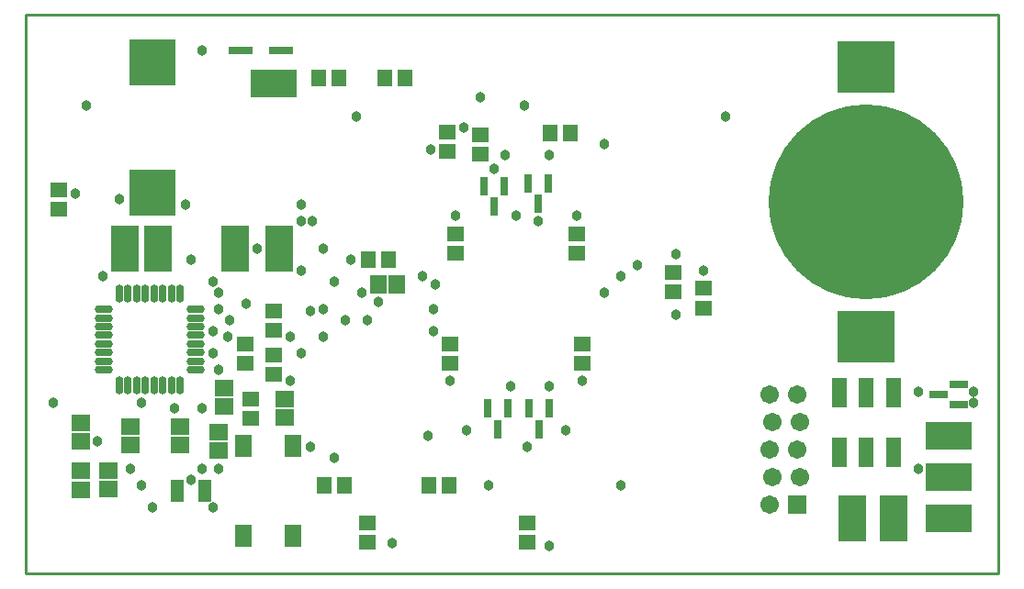
<source format=gbs>
G04 Layer_Color=16711935*
%FSLAX25Y25*%
%MOIN*%
G70*
G01*
G75*
%ADD14C,0.01000*%
%ADD29R,0.10236X0.16535*%
%ADD33R,0.16535X0.10236*%
%ADD45R,0.06312X0.05524*%
%ADD47C,0.06706*%
%ADD48R,0.06706X0.06706*%
%ADD49C,0.03800*%
%ADD50R,0.05524X0.06312*%
%ADD51R,0.05918X0.06706*%
%ADD52R,0.04737X0.07887*%
%ADD53R,0.05918X0.08280*%
%ADD54O,0.02965X0.06509*%
%ADD55O,0.06509X0.02965*%
%ADD56R,0.05524X0.10642*%
%ADD57R,0.06706X0.06312*%
%ADD58R,0.06706X0.05918*%
%ADD59R,0.16548X0.16548*%
%ADD60R,0.08674X0.03162*%
%ADD61R,0.03162X0.06706*%
%ADD62R,0.06706X0.03162*%
%ADD63R,0.20800X0.18800*%
%ADD64C,0.70800*%
D14*
X0Y0D02*
X353000D01*
X0D02*
Y203000D01*
X353000D01*
Y0D02*
Y203000D01*
D29*
X48000Y118000D02*
D03*
X36000D02*
D03*
X315000Y20000D02*
D03*
X300000D02*
D03*
X76000Y118000D02*
D03*
X92000D02*
D03*
D33*
X335000Y20000D02*
D03*
Y50000D02*
D03*
Y35000D02*
D03*
X90000Y178000D02*
D03*
D45*
X124000Y18543D02*
D03*
Y11457D02*
D03*
X182000Y18543D02*
D03*
Y11457D02*
D03*
X165000Y152457D02*
D03*
Y159543D02*
D03*
X153000Y153457D02*
D03*
Y160543D02*
D03*
X246000Y103574D02*
D03*
Y96488D02*
D03*
X235000Y102457D02*
D03*
Y109543D02*
D03*
X79800Y76457D02*
D03*
Y83543D02*
D03*
X81500Y63543D02*
D03*
Y56457D02*
D03*
X90000Y95543D02*
D03*
Y88457D02*
D03*
X90000Y72457D02*
D03*
Y79543D02*
D03*
X12000Y139543D02*
D03*
Y132457D02*
D03*
X200000Y116457D02*
D03*
Y123543D02*
D03*
X156000Y116457D02*
D03*
Y123543D02*
D03*
X154000Y83543D02*
D03*
Y76457D02*
D03*
X202000Y83543D02*
D03*
Y76457D02*
D03*
D47*
X270000Y65000D02*
D03*
X280000D02*
D03*
X271000Y55000D02*
D03*
X281000D02*
D03*
X270000Y45000D02*
D03*
X280000D02*
D03*
X271000Y35000D02*
D03*
X281000D02*
D03*
X270000Y25000D02*
D03*
D48*
X280000D02*
D03*
D49*
X133000Y11000D02*
D03*
X190000Y10000D02*
D03*
X165000Y173000D02*
D03*
X170000Y147000D02*
D03*
X159043Y162000D02*
D03*
X147000Y154000D02*
D03*
X246000Y110000D02*
D03*
X236000Y116000D02*
D03*
Y94000D02*
D03*
X168000Y32000D02*
D03*
X128100Y98600D02*
D03*
X148500Y105100D02*
D03*
X70000Y96000D02*
D03*
X74000Y92000D02*
D03*
X148000Y96000D02*
D03*
X118000Y114000D02*
D03*
X122000Y102000D02*
D03*
X64000Y190000D02*
D03*
X344000Y62000D02*
D03*
X324000Y38000D02*
D03*
X174000Y152000D02*
D03*
X190000D02*
D03*
X176000Y68000D02*
D03*
X190000D02*
D03*
X26000Y48000D02*
D03*
X42000Y32000D02*
D03*
X38000Y38000D02*
D03*
X70000Y102000D02*
D03*
X80000Y98000D02*
D03*
X96000Y70000D02*
D03*
X70000Y38000D02*
D03*
X60000Y34000D02*
D03*
X70000Y74000D02*
D03*
X28000Y108000D02*
D03*
X144000D02*
D03*
X178000Y130000D02*
D03*
X254000Y166000D02*
D03*
X344000Y66000D02*
D03*
X324000D02*
D03*
X222000Y112000D02*
D03*
X216000Y32000D02*
D03*
Y108000D02*
D03*
X210000Y156000D02*
D03*
Y102000D02*
D03*
X146000Y50000D02*
D03*
X104000Y128000D02*
D03*
X100000D02*
D03*
Y110000D02*
D03*
X103275Y95275D02*
D03*
X108000Y96000D02*
D03*
X112000Y106000D02*
D03*
X108000Y86000D02*
D03*
X196000Y52000D02*
D03*
X160000D02*
D03*
X186000Y128000D02*
D03*
X156000Y130000D02*
D03*
X200000D02*
D03*
X202000Y70000D02*
D03*
X154000D02*
D03*
X10000Y62000D02*
D03*
X100000Y134000D02*
D03*
X58000D02*
D03*
X34000Y136000D02*
D03*
X18000Y138000D02*
D03*
X22000Y170000D02*
D03*
X181000D02*
D03*
X120000Y166000D02*
D03*
X60000Y114000D02*
D03*
X112000Y42000D02*
D03*
X182000Y46000D02*
D03*
X103275D02*
D03*
X68000Y106000D02*
D03*
X124000Y92000D02*
D03*
X116000D02*
D03*
X96000Y86000D02*
D03*
X100000Y80000D02*
D03*
X148000Y88000D02*
D03*
X108000Y118000D02*
D03*
X84000D02*
D03*
X68000Y88000D02*
D03*
Y80000D02*
D03*
X64000Y38000D02*
D03*
Y60000D02*
D03*
X54000D02*
D03*
X68000Y24000D02*
D03*
X46000D02*
D03*
X42000Y62000D02*
D03*
X73400Y86100D02*
D03*
D50*
X115543Y32000D02*
D03*
X108457D02*
D03*
X190457Y160000D02*
D03*
X197543D02*
D03*
X146426Y32000D02*
D03*
X153512D02*
D03*
X113543Y180000D02*
D03*
X106457D02*
D03*
X130457Y180000D02*
D03*
X137543D02*
D03*
X131543Y114000D02*
D03*
X124457D02*
D03*
D51*
X127854Y104900D02*
D03*
X134546D02*
D03*
D52*
X64921Y30000D02*
D03*
X55079D02*
D03*
D53*
X96858Y13661D02*
D03*
Y46339D02*
D03*
X79142D02*
D03*
Y13661D02*
D03*
D54*
X56024Y68366D02*
D03*
X52874D02*
D03*
X49724D02*
D03*
X46575D02*
D03*
X43425D02*
D03*
X40276D02*
D03*
X37126D02*
D03*
X33976D02*
D03*
Y101634D02*
D03*
X37126D02*
D03*
X40276D02*
D03*
X43425D02*
D03*
X46575D02*
D03*
X49724D02*
D03*
X52874D02*
D03*
X56024D02*
D03*
D55*
X28366Y73976D02*
D03*
Y77126D02*
D03*
Y80276D02*
D03*
Y83425D02*
D03*
Y86575D02*
D03*
Y89724D02*
D03*
Y92874D02*
D03*
Y96024D02*
D03*
X61634D02*
D03*
Y92874D02*
D03*
Y89724D02*
D03*
Y86575D02*
D03*
Y83425D02*
D03*
Y80276D02*
D03*
Y77126D02*
D03*
Y73976D02*
D03*
D56*
X295158Y65827D02*
D03*
X305000D02*
D03*
X314843D02*
D03*
X295158Y44173D02*
D03*
X305000D02*
D03*
X314843D02*
D03*
D57*
X20000Y30457D02*
D03*
Y37543D02*
D03*
D58*
Y48000D02*
D03*
Y54693D02*
D03*
X30000Y37347D02*
D03*
Y30654D02*
D03*
X56000Y53347D02*
D03*
Y46654D02*
D03*
X70000Y44653D02*
D03*
Y51346D02*
D03*
X72000Y67347D02*
D03*
Y60654D02*
D03*
X38000Y46654D02*
D03*
Y53347D02*
D03*
X94000Y63346D02*
D03*
Y56653D02*
D03*
D59*
X46000Y138378D02*
D03*
Y185622D02*
D03*
D60*
X92764Y190000D02*
D03*
X78000D02*
D03*
D61*
X182520Y60000D02*
D03*
X190000D02*
D03*
X186260Y52520D02*
D03*
X167520Y60000D02*
D03*
X175000D02*
D03*
X171260Y52520D02*
D03*
X166260Y140740D02*
D03*
X173740D02*
D03*
X170000Y133260D02*
D03*
X182260Y141740D02*
D03*
X189740D02*
D03*
X186000Y134260D02*
D03*
D62*
X338740Y68740D02*
D03*
Y61260D02*
D03*
X331260Y65000D02*
D03*
D63*
X305000Y86000D02*
D03*
Y184000D02*
D03*
D64*
Y135000D02*
D03*
M02*

</source>
